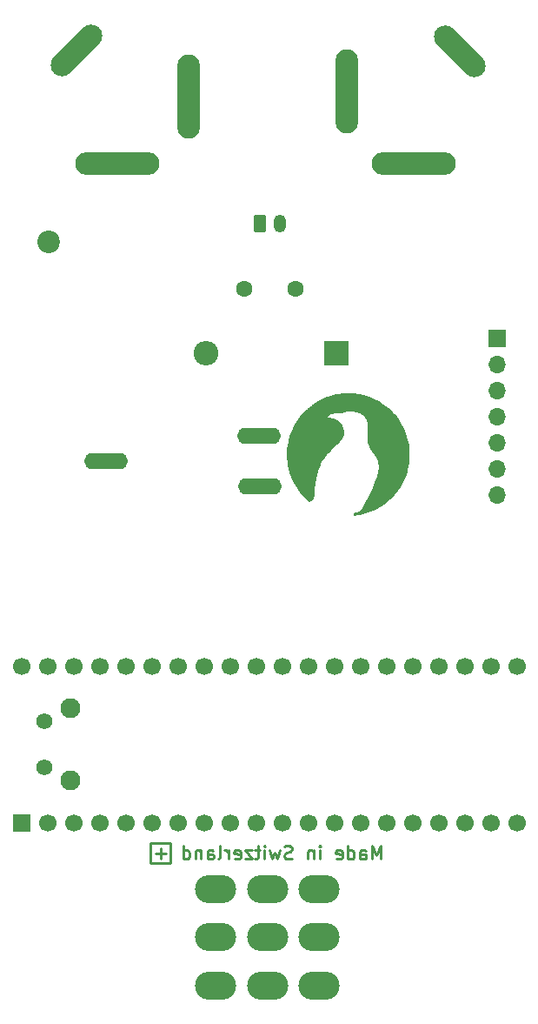
<source format=gbs>
G04 #@! TF.GenerationSoftware,KiCad,Pcbnew,(6.0.11)*
G04 #@! TF.CreationDate,2023-07-08T12:30:26+02:00*
G04 #@! TF.ProjectId,Dohle TankVerb,446f686c-6520-4546-916e-6b566572622e,rev?*
G04 #@! TF.SameCoordinates,Original*
G04 #@! TF.FileFunction,Soldermask,Bot*
G04 #@! TF.FilePolarity,Negative*
%FSLAX46Y46*%
G04 Gerber Fmt 4.6, Leading zero omitted, Abs format (unit mm)*
G04 Created by KiCad (PCBNEW (6.0.11)) date 2023-07-08 12:30:26*
%MOMM*%
%LPD*%
G01*
G04 APERTURE LIST*
G04 Aperture macros list*
%AMRoundRect*
0 Rectangle with rounded corners*
0 $1 Rounding radius*
0 $2 $3 $4 $5 $6 $7 $8 $9 X,Y pos of 4 corners*
0 Add a 4 corners polygon primitive as box body*
4,1,4,$2,$3,$4,$5,$6,$7,$8,$9,$2,$3,0*
0 Add four circle primitives for the rounded corners*
1,1,$1+$1,$2,$3*
1,1,$1+$1,$4,$5*
1,1,$1+$1,$6,$7*
1,1,$1+$1,$8,$9*
0 Add four rect primitives between the rounded corners*
20,1,$1+$1,$2,$3,$4,$5,0*
20,1,$1+$1,$4,$5,$6,$7,0*
20,1,$1+$1,$6,$7,$8,$9,0*
20,1,$1+$1,$8,$9,$2,$3,0*%
%AMHorizOval*
0 Thick line with rounded ends*
0 $1 width*
0 $2 $3 position (X,Y) of the first rounded end (center of the circle)*
0 $4 $5 position (X,Y) of the second rounded end (center of the circle)*
0 Add line between two ends*
20,1,$1,$2,$3,$4,$5,0*
0 Add two circle primitives to create the rounded ends*
1,1,$1,$2,$3*
1,1,$1,$4,$5*%
G04 Aperture macros list end*
%ADD10C,0.250000*%
%ADD11C,0.200000*%
%ADD12C,2.200000*%
%ADD13O,4.250000X1.600000*%
%ADD14R,1.700000X1.700000*%
%ADD15O,1.700000X1.700000*%
%ADD16RoundRect,0.250000X-0.350000X-0.625000X0.350000X-0.625000X0.350000X0.625000X-0.350000X0.625000X0*%
%ADD17O,1.200000X1.750000*%
%ADD18C,1.600000*%
%ADD19R,2.400000X2.400000*%
%ADD20O,2.400000X2.400000*%
%ADD21O,4.003200X2.743200*%
%ADD22O,8.203200X2.203200*%
%ADD23HorizOval,2.203200X-1.414214X1.414214X1.414214X-1.414214X0*%
%ADD24O,2.203200X8.203200*%
%ADD25HorizOval,2.203200X-1.414214X-1.414214X1.414214X1.414214X0*%
%ADD26C,1.700000*%
%ADD27C,1.950000*%
%ADD28C,1.575000*%
G04 APERTURE END LIST*
D10*
X147743153Y-137226641D02*
X145787353Y-137226641D01*
X145787353Y-137226641D02*
X145787353Y-135245441D01*
X145787353Y-135245441D02*
X147743153Y-135245441D01*
X147743153Y-135245441D02*
X147743153Y-137226641D01*
X147272626Y-136221116D02*
X146256626Y-136221116D01*
X146757048Y-136729482D02*
X146757048Y-135713482D01*
X168218555Y-136799384D02*
X168218555Y-135499384D01*
X167785222Y-136427955D01*
X167351888Y-135499384D01*
X167351888Y-136799384D01*
X166175698Y-136799384D02*
X166175698Y-136118431D01*
X166237603Y-135994622D01*
X166361412Y-135932717D01*
X166609031Y-135932717D01*
X166732841Y-135994622D01*
X166175698Y-136737479D02*
X166299507Y-136799384D01*
X166609031Y-136799384D01*
X166732841Y-136737479D01*
X166794745Y-136613669D01*
X166794745Y-136489860D01*
X166732841Y-136366050D01*
X166609031Y-136304146D01*
X166299507Y-136304146D01*
X166175698Y-136242241D01*
X164999507Y-136799384D02*
X164999507Y-135499384D01*
X164999507Y-136737479D02*
X165123317Y-136799384D01*
X165370936Y-136799384D01*
X165494745Y-136737479D01*
X165556650Y-136675574D01*
X165618555Y-136551765D01*
X165618555Y-136180336D01*
X165556650Y-136056527D01*
X165494745Y-135994622D01*
X165370936Y-135932717D01*
X165123317Y-135932717D01*
X164999507Y-135994622D01*
X163885222Y-136737479D02*
X164009031Y-136799384D01*
X164256650Y-136799384D01*
X164380460Y-136737479D01*
X164442365Y-136613669D01*
X164442365Y-136118431D01*
X164380460Y-135994622D01*
X164256650Y-135932717D01*
X164009031Y-135932717D01*
X163885222Y-135994622D01*
X163823317Y-136118431D01*
X163823317Y-136242241D01*
X164442365Y-136366050D01*
X162275698Y-136799384D02*
X162275698Y-135932717D01*
X162275698Y-135499384D02*
X162337603Y-135561289D01*
X162275698Y-135623193D01*
X162213793Y-135561289D01*
X162275698Y-135499384D01*
X162275698Y-135623193D01*
X161656650Y-135932717D02*
X161656650Y-136799384D01*
X161656650Y-136056527D02*
X161594745Y-135994622D01*
X161470936Y-135932717D01*
X161285222Y-135932717D01*
X161161412Y-135994622D01*
X161099507Y-136118431D01*
X161099507Y-136799384D01*
X159551888Y-136737479D02*
X159366174Y-136799384D01*
X159056650Y-136799384D01*
X158932841Y-136737479D01*
X158870936Y-136675574D01*
X158809031Y-136551765D01*
X158809031Y-136427955D01*
X158870936Y-136304146D01*
X158932841Y-136242241D01*
X159056650Y-136180336D01*
X159304269Y-136118431D01*
X159428079Y-136056527D01*
X159489984Y-135994622D01*
X159551888Y-135870812D01*
X159551888Y-135747003D01*
X159489984Y-135623193D01*
X159428079Y-135561289D01*
X159304269Y-135499384D01*
X158994745Y-135499384D01*
X158809031Y-135561289D01*
X158375698Y-135932717D02*
X158128079Y-136799384D01*
X157880460Y-136180336D01*
X157632841Y-136799384D01*
X157385222Y-135932717D01*
X156889984Y-136799384D02*
X156889984Y-135932717D01*
X156889984Y-135499384D02*
X156951888Y-135561289D01*
X156889984Y-135623193D01*
X156828079Y-135561289D01*
X156889984Y-135499384D01*
X156889984Y-135623193D01*
X156456650Y-135932717D02*
X155961412Y-135932717D01*
X156270936Y-135499384D02*
X156270936Y-136613669D01*
X156209031Y-136737479D01*
X156085222Y-136799384D01*
X155961412Y-136799384D01*
X155651888Y-135932717D02*
X154970936Y-135932717D01*
X155651888Y-136799384D01*
X154970936Y-136799384D01*
X153980460Y-136737479D02*
X154104269Y-136799384D01*
X154351888Y-136799384D01*
X154475698Y-136737479D01*
X154537603Y-136613669D01*
X154537603Y-136118431D01*
X154475698Y-135994622D01*
X154351888Y-135932717D01*
X154104269Y-135932717D01*
X153980460Y-135994622D01*
X153918555Y-136118431D01*
X153918555Y-136242241D01*
X154537603Y-136366050D01*
X153361412Y-136799384D02*
X153361412Y-135932717D01*
X153361412Y-136180336D02*
X153299507Y-136056527D01*
X153237603Y-135994622D01*
X153113793Y-135932717D01*
X152989984Y-135932717D01*
X152370936Y-136799384D02*
X152494745Y-136737479D01*
X152556650Y-136613669D01*
X152556650Y-135499384D01*
X151318555Y-136799384D02*
X151318555Y-136118431D01*
X151380460Y-135994622D01*
X151504269Y-135932717D01*
X151751888Y-135932717D01*
X151875698Y-135994622D01*
X151318555Y-136737479D02*
X151442365Y-136799384D01*
X151751888Y-136799384D01*
X151875698Y-136737479D01*
X151937603Y-136613669D01*
X151937603Y-136489860D01*
X151875698Y-136366050D01*
X151751888Y-136304146D01*
X151442365Y-136304146D01*
X151318555Y-136242241D01*
X150699507Y-135932717D02*
X150699507Y-136799384D01*
X150699507Y-136056527D02*
X150637603Y-135994622D01*
X150513793Y-135932717D01*
X150328079Y-135932717D01*
X150204269Y-135994622D01*
X150142365Y-136118431D01*
X150142365Y-136799384D01*
X148966174Y-136799384D02*
X148966174Y-135499384D01*
X148966174Y-136737479D02*
X149089984Y-136799384D01*
X149337603Y-136799384D01*
X149461412Y-136737479D01*
X149523317Y-136675574D01*
X149585222Y-136551765D01*
X149585222Y-136180336D01*
X149523317Y-136056527D01*
X149461412Y-135994622D01*
X149337603Y-135932717D01*
X149089984Y-135932717D01*
X148966174Y-135994622D01*
D11*
G36*
X165053907Y-91557541D02*
G01*
X165343001Y-91564933D01*
X165631241Y-91586946D01*
X165917994Y-91623317D01*
X166202625Y-91673785D01*
X166484499Y-91738088D01*
X166762981Y-91815963D01*
X167037437Y-91907148D01*
X167307231Y-92011382D01*
X167571729Y-92128402D01*
X167830297Y-92257946D01*
X168082299Y-92399752D01*
X168327100Y-92553558D01*
X168564067Y-92719101D01*
X168792564Y-92896121D01*
X169011956Y-93084354D01*
X169221609Y-93283539D01*
X169420794Y-93493192D01*
X169609027Y-93712584D01*
X169786046Y-93941081D01*
X169951590Y-94178047D01*
X170105396Y-94422849D01*
X170247202Y-94674851D01*
X170376746Y-94933418D01*
X170493766Y-95197917D01*
X170598000Y-95467711D01*
X170689185Y-95742167D01*
X170767060Y-96020649D01*
X170831363Y-96302523D01*
X170881831Y-96587153D01*
X170918202Y-96873906D01*
X170940215Y-97162147D01*
X170947607Y-97451240D01*
X170940910Y-97725889D01*
X170921051Y-97999815D01*
X170888245Y-98272470D01*
X170842706Y-98543304D01*
X170784649Y-98811769D01*
X170714290Y-99077316D01*
X170631842Y-99339395D01*
X170537521Y-99597459D01*
X170431542Y-99850957D01*
X170314119Y-100099341D01*
X170185467Y-100342063D01*
X170045801Y-100578573D01*
X169895336Y-100808322D01*
X169734286Y-101030761D01*
X169562867Y-101245342D01*
X169381292Y-101451515D01*
X169196650Y-101641901D01*
X169003398Y-101823210D01*
X168802017Y-101995249D01*
X168592992Y-102157823D01*
X168376805Y-102310736D01*
X168153940Y-102453794D01*
X167924879Y-102586801D01*
X167690104Y-102709564D01*
X167450101Y-102821887D01*
X167205350Y-102923575D01*
X166956335Y-103014433D01*
X166703539Y-103094267D01*
X166447445Y-103162882D01*
X166188536Y-103220082D01*
X165927296Y-103265674D01*
X165664206Y-103299461D01*
X165662770Y-103257064D01*
X165661901Y-103215725D01*
X165661656Y-103175170D01*
X165662092Y-103135124D01*
X165679065Y-103141468D01*
X165696239Y-103147382D01*
X165713635Y-103152736D01*
X165722423Y-103155164D01*
X165731276Y-103157404D01*
X165740194Y-103159440D01*
X165749182Y-103161257D01*
X165758242Y-103162838D01*
X165767376Y-103164167D01*
X165776588Y-103165229D01*
X165785881Y-103166007D01*
X165795256Y-103166486D01*
X165804716Y-103166649D01*
X165821302Y-103166287D01*
X165837719Y-103165214D01*
X165853953Y-103163449D01*
X165869990Y-103161013D01*
X165885819Y-103157926D01*
X165901426Y-103154205D01*
X165916799Y-103149873D01*
X165931923Y-103144947D01*
X165946786Y-103139448D01*
X165961376Y-103133395D01*
X165975679Y-103126809D01*
X165989681Y-103119708D01*
X166003371Y-103112112D01*
X166016735Y-103104042D01*
X166029760Y-103095516D01*
X166042433Y-103086555D01*
X166063627Y-103074324D01*
X166084563Y-103061739D01*
X166125557Y-103035701D01*
X166165195Y-103008830D01*
X166203260Y-102981516D01*
X166239533Y-102954149D01*
X166273797Y-102927118D01*
X166305833Y-102900812D01*
X166335423Y-102875622D01*
X166362348Y-102851936D01*
X166386392Y-102830144D01*
X166424959Y-102793800D01*
X166457907Y-102760978D01*
X166460618Y-102757998D01*
X166463242Y-102754942D01*
X166465775Y-102751812D01*
X166468217Y-102748611D01*
X166470565Y-102745342D01*
X166472819Y-102742006D01*
X166474975Y-102738606D01*
X166477034Y-102735145D01*
X166634577Y-102454627D01*
X166806582Y-102134881D01*
X167018589Y-101722944D01*
X167253981Y-101239418D01*
X167496142Y-100704904D01*
X167728457Y-100140003D01*
X167835729Y-99852595D01*
X167934309Y-99565315D01*
X167968335Y-99460494D01*
X167998013Y-99358202D01*
X168023510Y-99258430D01*
X168044992Y-99161168D01*
X168062626Y-99066408D01*
X168076579Y-98974140D01*
X168087016Y-98884354D01*
X168094106Y-98797041D01*
X168098014Y-98712192D01*
X168098907Y-98629798D01*
X168096951Y-98549849D01*
X168092314Y-98472335D01*
X168085162Y-98397248D01*
X168075661Y-98324578D01*
X168063978Y-98254316D01*
X168050280Y-98186453D01*
X168034733Y-98120978D01*
X168017504Y-98057883D01*
X167978667Y-97938795D01*
X167935101Y-97829115D01*
X167888139Y-97728766D01*
X167839114Y-97637674D01*
X167789359Y-97555766D01*
X167740207Y-97482965D01*
X167692991Y-97419197D01*
X167691601Y-97417435D01*
X167690183Y-97415695D01*
X167688738Y-97413979D01*
X167687265Y-97412286D01*
X167685766Y-97410616D01*
X167684239Y-97408969D01*
X167682685Y-97407346D01*
X167681105Y-97405746D01*
X167605861Y-97327224D01*
X167534436Y-97245193D01*
X167466974Y-97159789D01*
X167403617Y-97071151D01*
X167344507Y-96979416D01*
X167289789Y-96884722D01*
X167239604Y-96787207D01*
X167194095Y-96687008D01*
X167153405Y-96584263D01*
X167117677Y-96479110D01*
X167087054Y-96371686D01*
X167061679Y-96262130D01*
X167041693Y-96150578D01*
X167027242Y-96037169D01*
X167018466Y-95922039D01*
X167015509Y-95805328D01*
X167015780Y-95768988D01*
X167016595Y-95732838D01*
X167017958Y-95696882D01*
X167019871Y-95661121D01*
X167022336Y-95625558D01*
X167025358Y-95590194D01*
X167028938Y-95555031D01*
X167033079Y-95520073D01*
X167033296Y-95518272D01*
X167033487Y-95516468D01*
X167033655Y-95514662D01*
X167033798Y-95512854D01*
X167033918Y-95511045D01*
X167034015Y-95509233D01*
X167034088Y-95507421D01*
X167034140Y-95505607D01*
X167052740Y-94622970D01*
X167052749Y-94622199D01*
X167052752Y-94621428D01*
X167052749Y-94620656D01*
X167052740Y-94619880D01*
X167051352Y-94557343D01*
X167047228Y-94495504D01*
X167040426Y-94434422D01*
X167031005Y-94374157D01*
X167019024Y-94314768D01*
X167004540Y-94256313D01*
X166987613Y-94198851D01*
X166968301Y-94142443D01*
X166946663Y-94087147D01*
X166922757Y-94033022D01*
X166896643Y-93980127D01*
X166868377Y-93928522D01*
X166838020Y-93878264D01*
X166805630Y-93829415D01*
X166771265Y-93782032D01*
X166734983Y-93736175D01*
X166696845Y-93691903D01*
X166656907Y-93649275D01*
X166615229Y-93608350D01*
X166571869Y-93569188D01*
X166526886Y-93531847D01*
X166480339Y-93496386D01*
X166432285Y-93462865D01*
X166382784Y-93431342D01*
X166331895Y-93401877D01*
X166279675Y-93374530D01*
X166226183Y-93349358D01*
X166171479Y-93326422D01*
X166115620Y-93305779D01*
X166058665Y-93287490D01*
X166000673Y-93271614D01*
X165941702Y-93258209D01*
X165883217Y-93240700D01*
X165826132Y-93224999D01*
X165770572Y-93210978D01*
X165716661Y-93198509D01*
X165664527Y-93187463D01*
X165614292Y-93177713D01*
X165566083Y-93169129D01*
X165520025Y-93161583D01*
X165518992Y-93161833D01*
X165517962Y-93162091D01*
X165516931Y-93162356D01*
X165515898Y-93162628D01*
X165513722Y-93161801D01*
X165511532Y-93161011D01*
X165509327Y-93160258D01*
X165507109Y-93159538D01*
X165469779Y-93153043D01*
X165448228Y-93149405D01*
X165437133Y-93147681D01*
X165425978Y-93146095D01*
X165427038Y-93146621D01*
X165404272Y-93143659D01*
X165381642Y-93141318D01*
X165359148Y-93139543D01*
X165336792Y-93138283D01*
X165314574Y-93137483D01*
X165292494Y-93137090D01*
X165270554Y-93137051D01*
X165248755Y-93137314D01*
X165247694Y-93137314D01*
X165247427Y-93137049D01*
X165247293Y-93136916D01*
X165247226Y-93136848D01*
X165247160Y-93136780D01*
X165207852Y-93138294D01*
X165168558Y-93140815D01*
X165129358Y-93144274D01*
X165090335Y-93148600D01*
X165013140Y-93159580D01*
X164937620Y-93173203D01*
X164864421Y-93188915D01*
X164794191Y-93206163D01*
X164727578Y-93224394D01*
X164665229Y-93243055D01*
X164607791Y-93261592D01*
X164555911Y-93279453D01*
X164471415Y-93310930D01*
X164397604Y-93341423D01*
X164404318Y-93338325D01*
X164386834Y-93344404D01*
X164368484Y-93349847D01*
X164349364Y-93354683D01*
X164329565Y-93358942D01*
X164288303Y-93365844D01*
X164245445Y-93370785D01*
X164201736Y-93373996D01*
X164157919Y-93375710D01*
X164114740Y-93376160D01*
X164072944Y-93375576D01*
X164033275Y-93374191D01*
X163996479Y-93372238D01*
X163934484Y-93367555D01*
X163877737Y-93361580D01*
X163874786Y-93361093D01*
X163871827Y-93360670D01*
X163868861Y-93360310D01*
X163865889Y-93360014D01*
X163862910Y-93359781D01*
X163859927Y-93359612D01*
X163856940Y-93359507D01*
X163853949Y-93359466D01*
X163788394Y-93360169D01*
X163726210Y-93362386D01*
X163667301Y-93366046D01*
X163611572Y-93371078D01*
X163558925Y-93377410D01*
X163509265Y-93384970D01*
X163462496Y-93393688D01*
X163418522Y-93403492D01*
X163377246Y-93414310D01*
X163338572Y-93426070D01*
X163302405Y-93438702D01*
X163268648Y-93452133D01*
X163237204Y-93466293D01*
X163207979Y-93481110D01*
X163180876Y-93496512D01*
X163155798Y-93512428D01*
X163144008Y-93520559D01*
X163132728Y-93528789D01*
X163121951Y-93537102D01*
X163111669Y-93545479D01*
X163101874Y-93553904D01*
X163092557Y-93562358D01*
X163083712Y-93570825D01*
X163075331Y-93579287D01*
X163067405Y-93587727D01*
X163059927Y-93596128D01*
X163052888Y-93604471D01*
X163046282Y-93612739D01*
X163040101Y-93620916D01*
X163034335Y-93628984D01*
X163028979Y-93636925D01*
X163024023Y-93644722D01*
X163019427Y-93652510D01*
X163015157Y-93660383D01*
X163011209Y-93668260D01*
X163007579Y-93676059D01*
X163004263Y-93683699D01*
X163001256Y-93691100D01*
X162998556Y-93698181D01*
X162996157Y-93704860D01*
X162994055Y-93711057D01*
X162992247Y-93716691D01*
X162989496Y-93725943D01*
X162987333Y-93734123D01*
X162986246Y-93741178D01*
X162985521Y-93748204D01*
X162985152Y-93755193D01*
X162985132Y-93762133D01*
X162985454Y-93769016D01*
X162986111Y-93775831D01*
X162987096Y-93782567D01*
X162988403Y-93789216D01*
X162990025Y-93795766D01*
X162991954Y-93802209D01*
X162994185Y-93808533D01*
X162996710Y-93814730D01*
X162999522Y-93820789D01*
X163002614Y-93826699D01*
X163005980Y-93832452D01*
X163009613Y-93838036D01*
X163013506Y-93843443D01*
X163017652Y-93848662D01*
X163022044Y-93853682D01*
X163026676Y-93858495D01*
X163031540Y-93863090D01*
X163036630Y-93867456D01*
X163041939Y-93871585D01*
X163047460Y-93875466D01*
X163053186Y-93879089D01*
X163059111Y-93882443D01*
X163065227Y-93885520D01*
X163071527Y-93888309D01*
X163078006Y-93890800D01*
X163084655Y-93892983D01*
X163091469Y-93894848D01*
X163098440Y-93896385D01*
X163214330Y-93921948D01*
X163340872Y-93953339D01*
X163415950Y-93973522D01*
X163496862Y-93996635D01*
X163580054Y-94022217D01*
X163665376Y-94050661D01*
X163751239Y-94081679D01*
X163836052Y-94114986D01*
X163918225Y-94150294D01*
X163957824Y-94168609D01*
X163996167Y-94187317D01*
X164033055Y-94206381D01*
X164068290Y-94225767D01*
X164101671Y-94245438D01*
X164133001Y-94265358D01*
X164149882Y-94286249D01*
X164180099Y-94325142D01*
X164199583Y-94351188D01*
X164221649Y-94381555D01*
X164246048Y-94416182D01*
X164272528Y-94455009D01*
X164303084Y-94501947D01*
X164333222Y-94551060D01*
X164362146Y-94601199D01*
X164389058Y-94651215D01*
X164401510Y-94675819D01*
X164413160Y-94699960D01*
X164423908Y-94723497D01*
X164433654Y-94746285D01*
X164442300Y-94768181D01*
X164449744Y-94789041D01*
X164455887Y-94808722D01*
X164460630Y-94827080D01*
X164476014Y-94890629D01*
X164492040Y-94951679D01*
X164522699Y-95067486D01*
X164535672Y-95122844D01*
X164541205Y-95150018D01*
X164545965Y-95176906D01*
X164549848Y-95203546D01*
X164552751Y-95229974D01*
X164554568Y-95256229D01*
X164555197Y-95282348D01*
X164553248Y-95348940D01*
X164547473Y-95414469D01*
X164537981Y-95478830D01*
X164524880Y-95541914D01*
X164508280Y-95603614D01*
X164488289Y-95663823D01*
X164465015Y-95722435D01*
X164438567Y-95779341D01*
X164409054Y-95834434D01*
X164376585Y-95887607D01*
X164341268Y-95938753D01*
X164303212Y-95987765D01*
X164262525Y-96034535D01*
X164219317Y-96078957D01*
X164173695Y-96120922D01*
X164125769Y-96160324D01*
X164123718Y-96161937D01*
X164121698Y-96163588D01*
X164119710Y-96165277D01*
X164117754Y-96167003D01*
X164115831Y-96168767D01*
X164113941Y-96170568D01*
X164112086Y-96172405D01*
X164110266Y-96174278D01*
X163576445Y-96733932D01*
X163191512Y-97136859D01*
X162990950Y-97345779D01*
X162874640Y-97470106D01*
X162765503Y-97601332D01*
X162663295Y-97738745D01*
X162567771Y-97881632D01*
X162478688Y-98029279D01*
X162395801Y-98180974D01*
X162318867Y-98336005D01*
X162247642Y-98493657D01*
X162181881Y-98653218D01*
X162121341Y-98813976D01*
X162065777Y-98975217D01*
X162014946Y-99136228D01*
X161968604Y-99296296D01*
X161926507Y-99454709D01*
X161854071Y-99763717D01*
X161823298Y-99912984D01*
X161795935Y-100057926D01*
X161771785Y-100197810D01*
X161750651Y-100331906D01*
X161732338Y-100459481D01*
X161716648Y-100579803D01*
X161692351Y-100795759D01*
X161676191Y-100973919D01*
X161666594Y-101108427D01*
X161660803Y-101223060D01*
X161660796Y-101224745D01*
X161660811Y-101226428D01*
X161660847Y-101228110D01*
X161660904Y-101229790D01*
X161660982Y-101231470D01*
X161661080Y-101233149D01*
X161661198Y-101234826D01*
X161661337Y-101236503D01*
X161663329Y-101277804D01*
X161663646Y-101317548D01*
X161662393Y-101355752D01*
X161659676Y-101392432D01*
X161655600Y-101427603D01*
X161650272Y-101461283D01*
X161643797Y-101493486D01*
X161636281Y-101524230D01*
X161627829Y-101553530D01*
X161618548Y-101581402D01*
X161608542Y-101607862D01*
X161597919Y-101632927D01*
X161586783Y-101656613D01*
X161575240Y-101678935D01*
X161563396Y-101699909D01*
X161551357Y-101719553D01*
X161539229Y-101737881D01*
X161527116Y-101754910D01*
X161515126Y-101770657D01*
X161503363Y-101785136D01*
X161480944Y-101810359D01*
X161460703Y-101830707D01*
X161443489Y-101846309D01*
X161430145Y-101857295D01*
X161418455Y-101865928D01*
X161416273Y-101867528D01*
X161414123Y-101869170D01*
X161412005Y-101870852D01*
X161409919Y-101872576D01*
X161407866Y-101874340D01*
X161405848Y-101876144D01*
X161403864Y-101877990D01*
X161401915Y-101879875D01*
X161296499Y-101983742D01*
X161176267Y-101881319D01*
X161058760Y-101775779D01*
X160944060Y-101667199D01*
X160832250Y-101555654D01*
X160723413Y-101441219D01*
X160617634Y-101323970D01*
X160514993Y-101203982D01*
X160415575Y-101081331D01*
X160319463Y-100956092D01*
X160226739Y-100828342D01*
X160137487Y-100698154D01*
X160051789Y-100565606D01*
X159969729Y-100430772D01*
X159891390Y-100293729D01*
X159816855Y-100154550D01*
X159746206Y-100013313D01*
X159676316Y-99863127D01*
X159610730Y-99711022D01*
X159549474Y-99557126D01*
X159492578Y-99401565D01*
X159440070Y-99244467D01*
X159391979Y-99085958D01*
X159348332Y-98926166D01*
X159309158Y-98765217D01*
X159274486Y-98603237D01*
X159244343Y-98440355D01*
X159218758Y-98276696D01*
X159197759Y-98112389D01*
X159181375Y-97947558D01*
X159169633Y-97782333D01*
X159162563Y-97616838D01*
X159160192Y-97451202D01*
X159167585Y-97162108D01*
X159189597Y-96873866D01*
X159225969Y-96587112D01*
X159276437Y-96302481D01*
X159340740Y-96020607D01*
X159418615Y-95742125D01*
X159509800Y-95467669D01*
X159614034Y-95197875D01*
X159731054Y-94933377D01*
X159860598Y-94674809D01*
X160002403Y-94422807D01*
X160156209Y-94178005D01*
X160321753Y-93941038D01*
X160498773Y-93712540D01*
X160687006Y-93493147D01*
X160886190Y-93283493D01*
X161095843Y-93084309D01*
X161315236Y-92896077D01*
X161543733Y-92719059D01*
X161780699Y-92553516D01*
X162025501Y-92399711D01*
X162277503Y-92257906D01*
X162536070Y-92128362D01*
X162800569Y-92011343D01*
X163070363Y-91907109D01*
X163344818Y-91815924D01*
X163623301Y-91738049D01*
X163905174Y-91673747D01*
X164189805Y-91623279D01*
X164476558Y-91586907D01*
X164764799Y-91564895D01*
X165053892Y-91557503D01*
X165053907Y-91557541D01*
G37*
X165053907Y-91557541D02*
X165343001Y-91564933D01*
X165631241Y-91586946D01*
X165917994Y-91623317D01*
X166202625Y-91673785D01*
X166484499Y-91738088D01*
X166762981Y-91815963D01*
X167037437Y-91907148D01*
X167307231Y-92011382D01*
X167571729Y-92128402D01*
X167830297Y-92257946D01*
X168082299Y-92399752D01*
X168327100Y-92553558D01*
X168564067Y-92719101D01*
X168792564Y-92896121D01*
X169011956Y-93084354D01*
X169221609Y-93283539D01*
X169420794Y-93493192D01*
X169609027Y-93712584D01*
X169786046Y-93941081D01*
X169951590Y-94178047D01*
X170105396Y-94422849D01*
X170247202Y-94674851D01*
X170376746Y-94933418D01*
X170493766Y-95197917D01*
X170598000Y-95467711D01*
X170689185Y-95742167D01*
X170767060Y-96020649D01*
X170831363Y-96302523D01*
X170881831Y-96587153D01*
X170918202Y-96873906D01*
X170940215Y-97162147D01*
X170947607Y-97451240D01*
X170940910Y-97725889D01*
X170921051Y-97999815D01*
X170888245Y-98272470D01*
X170842706Y-98543304D01*
X170784649Y-98811769D01*
X170714290Y-99077316D01*
X170631842Y-99339395D01*
X170537521Y-99597459D01*
X170431542Y-99850957D01*
X170314119Y-100099341D01*
X170185467Y-100342063D01*
X170045801Y-100578573D01*
X169895336Y-100808322D01*
X169734286Y-101030761D01*
X169562867Y-101245342D01*
X169381292Y-101451515D01*
X169196650Y-101641901D01*
X169003398Y-101823210D01*
X168802017Y-101995249D01*
X168592992Y-102157823D01*
X168376805Y-102310736D01*
X168153940Y-102453794D01*
X167924879Y-102586801D01*
X167690104Y-102709564D01*
X167450101Y-102821887D01*
X167205350Y-102923575D01*
X166956335Y-103014433D01*
X166703539Y-103094267D01*
X166447445Y-103162882D01*
X166188536Y-103220082D01*
X165927296Y-103265674D01*
X165664206Y-103299461D01*
X165662770Y-103257064D01*
X165661901Y-103215725D01*
X165661656Y-103175170D01*
X165662092Y-103135124D01*
X165679065Y-103141468D01*
X165696239Y-103147382D01*
X165713635Y-103152736D01*
X165722423Y-103155164D01*
X165731276Y-103157404D01*
X165740194Y-103159440D01*
X165749182Y-103161257D01*
X165758242Y-103162838D01*
X165767376Y-103164167D01*
X165776588Y-103165229D01*
X165785881Y-103166007D01*
X165795256Y-103166486D01*
X165804716Y-103166649D01*
X165821302Y-103166287D01*
X165837719Y-103165214D01*
X165853953Y-103163449D01*
X165869990Y-103161013D01*
X165885819Y-103157926D01*
X165901426Y-103154205D01*
X165916799Y-103149873D01*
X165931923Y-103144947D01*
X165946786Y-103139448D01*
X165961376Y-103133395D01*
X165975679Y-103126809D01*
X165989681Y-103119708D01*
X166003371Y-103112112D01*
X166016735Y-103104042D01*
X166029760Y-103095516D01*
X166042433Y-103086555D01*
X166063627Y-103074324D01*
X166084563Y-103061739D01*
X166125557Y-103035701D01*
X166165195Y-103008830D01*
X166203260Y-102981516D01*
X166239533Y-102954149D01*
X166273797Y-102927118D01*
X166305833Y-102900812D01*
X166335423Y-102875622D01*
X166362348Y-102851936D01*
X166386392Y-102830144D01*
X166424959Y-102793800D01*
X166457907Y-102760978D01*
X166460618Y-102757998D01*
X166463242Y-102754942D01*
X166465775Y-102751812D01*
X166468217Y-102748611D01*
X166470565Y-102745342D01*
X166472819Y-102742006D01*
X166474975Y-102738606D01*
X166477034Y-102735145D01*
X166634577Y-102454627D01*
X166806582Y-102134881D01*
X167018589Y-101722944D01*
X167253981Y-101239418D01*
X167496142Y-100704904D01*
X167728457Y-100140003D01*
X167835729Y-99852595D01*
X167934309Y-99565315D01*
X167968335Y-99460494D01*
X167998013Y-99358202D01*
X168023510Y-99258430D01*
X168044992Y-99161168D01*
X168062626Y-99066408D01*
X168076579Y-98974140D01*
X168087016Y-98884354D01*
X168094106Y-98797041D01*
X168098014Y-98712192D01*
X168098907Y-98629798D01*
X168096951Y-98549849D01*
X168092314Y-98472335D01*
X168085162Y-98397248D01*
X168075661Y-98324578D01*
X168063978Y-98254316D01*
X168050280Y-98186453D01*
X168034733Y-98120978D01*
X168017504Y-98057883D01*
X167978667Y-97938795D01*
X167935101Y-97829115D01*
X167888139Y-97728766D01*
X167839114Y-97637674D01*
X167789359Y-97555766D01*
X167740207Y-97482965D01*
X167692991Y-97419197D01*
X167691601Y-97417435D01*
X167690183Y-97415695D01*
X167688738Y-97413979D01*
X167687265Y-97412286D01*
X167685766Y-97410616D01*
X167684239Y-97408969D01*
X167682685Y-97407346D01*
X167681105Y-97405746D01*
X167605861Y-97327224D01*
X167534436Y-97245193D01*
X167466974Y-97159789D01*
X167403617Y-97071151D01*
X167344507Y-96979416D01*
X167289789Y-96884722D01*
X167239604Y-96787207D01*
X167194095Y-96687008D01*
X167153405Y-96584263D01*
X167117677Y-96479110D01*
X167087054Y-96371686D01*
X167061679Y-96262130D01*
X167041693Y-96150578D01*
X167027242Y-96037169D01*
X167018466Y-95922039D01*
X167015509Y-95805328D01*
X167015780Y-95768988D01*
X167016595Y-95732838D01*
X167017958Y-95696882D01*
X167019871Y-95661121D01*
X167022336Y-95625558D01*
X167025358Y-95590194D01*
X167028938Y-95555031D01*
X167033079Y-95520073D01*
X167033296Y-95518272D01*
X167033487Y-95516468D01*
X167033655Y-95514662D01*
X167033798Y-95512854D01*
X167033918Y-95511045D01*
X167034015Y-95509233D01*
X167034088Y-95507421D01*
X167034140Y-95505607D01*
X167052740Y-94622970D01*
X167052749Y-94622199D01*
X167052752Y-94621428D01*
X167052749Y-94620656D01*
X167052740Y-94619880D01*
X167051352Y-94557343D01*
X167047228Y-94495504D01*
X167040426Y-94434422D01*
X167031005Y-94374157D01*
X167019024Y-94314768D01*
X167004540Y-94256313D01*
X166987613Y-94198851D01*
X166968301Y-94142443D01*
X166946663Y-94087147D01*
X166922757Y-94033022D01*
X166896643Y-93980127D01*
X166868377Y-93928522D01*
X166838020Y-93878264D01*
X166805630Y-93829415D01*
X166771265Y-93782032D01*
X166734983Y-93736175D01*
X166696845Y-93691903D01*
X166656907Y-93649275D01*
X166615229Y-93608350D01*
X166571869Y-93569188D01*
X166526886Y-93531847D01*
X166480339Y-93496386D01*
X166432285Y-93462865D01*
X166382784Y-93431342D01*
X166331895Y-93401877D01*
X166279675Y-93374530D01*
X166226183Y-93349358D01*
X166171479Y-93326422D01*
X166115620Y-93305779D01*
X166058665Y-93287490D01*
X166000673Y-93271614D01*
X165941702Y-93258209D01*
X165883217Y-93240700D01*
X165826132Y-93224999D01*
X165770572Y-93210978D01*
X165716661Y-93198509D01*
X165664527Y-93187463D01*
X165614292Y-93177713D01*
X165566083Y-93169129D01*
X165520025Y-93161583D01*
X165518992Y-93161833D01*
X165517962Y-93162091D01*
X165516931Y-93162356D01*
X165515898Y-93162628D01*
X165513722Y-93161801D01*
X165511532Y-93161011D01*
X165509327Y-93160258D01*
X165507109Y-93159538D01*
X165469779Y-93153043D01*
X165448228Y-93149405D01*
X165437133Y-93147681D01*
X165425978Y-93146095D01*
X165427038Y-93146621D01*
X165404272Y-93143659D01*
X165381642Y-93141318D01*
X165359148Y-93139543D01*
X165336792Y-93138283D01*
X165314574Y-93137483D01*
X165292494Y-93137090D01*
X165270554Y-93137051D01*
X165248755Y-93137314D01*
X165247694Y-93137314D01*
X165247427Y-93137049D01*
X165247293Y-93136916D01*
X165247226Y-93136848D01*
X165247160Y-93136780D01*
X165207852Y-93138294D01*
X165168558Y-93140815D01*
X165129358Y-93144274D01*
X165090335Y-93148600D01*
X165013140Y-93159580D01*
X164937620Y-93173203D01*
X164864421Y-93188915D01*
X164794191Y-93206163D01*
X164727578Y-93224394D01*
X164665229Y-93243055D01*
X164607791Y-93261592D01*
X164555911Y-93279453D01*
X164471415Y-93310930D01*
X164397604Y-93341423D01*
X164404318Y-93338325D01*
X164386834Y-93344404D01*
X164368484Y-93349847D01*
X164349364Y-93354683D01*
X164329565Y-93358942D01*
X164288303Y-93365844D01*
X164245445Y-93370785D01*
X164201736Y-93373996D01*
X164157919Y-93375710D01*
X164114740Y-93376160D01*
X164072944Y-93375576D01*
X164033275Y-93374191D01*
X163996479Y-93372238D01*
X163934484Y-93367555D01*
X163877737Y-93361580D01*
X163874786Y-93361093D01*
X163871827Y-93360670D01*
X163868861Y-93360310D01*
X163865889Y-93360014D01*
X163862910Y-93359781D01*
X163859927Y-93359612D01*
X163856940Y-93359507D01*
X163853949Y-93359466D01*
X163788394Y-93360169D01*
X163726210Y-93362386D01*
X163667301Y-93366046D01*
X163611572Y-93371078D01*
X163558925Y-93377410D01*
X163509265Y-93384970D01*
X163462496Y-93393688D01*
X163418522Y-93403492D01*
X163377246Y-93414310D01*
X163338572Y-93426070D01*
X163302405Y-93438702D01*
X163268648Y-93452133D01*
X163237204Y-93466293D01*
X163207979Y-93481110D01*
X163180876Y-93496512D01*
X163155798Y-93512428D01*
X163144008Y-93520559D01*
X163132728Y-93528789D01*
X163121951Y-93537102D01*
X163111669Y-93545479D01*
X163101874Y-93553904D01*
X163092557Y-93562358D01*
X163083712Y-93570825D01*
X163075331Y-93579287D01*
X163067405Y-93587727D01*
X163059927Y-93596128D01*
X163052888Y-93604471D01*
X163046282Y-93612739D01*
X163040101Y-93620916D01*
X163034335Y-93628984D01*
X163028979Y-93636925D01*
X163024023Y-93644722D01*
X163019427Y-93652510D01*
X163015157Y-93660383D01*
X163011209Y-93668260D01*
X163007579Y-93676059D01*
X163004263Y-93683699D01*
X163001256Y-93691100D01*
X162998556Y-93698181D01*
X162996157Y-93704860D01*
X162994055Y-93711057D01*
X162992247Y-93716691D01*
X162989496Y-93725943D01*
X162987333Y-93734123D01*
X162986246Y-93741178D01*
X162985521Y-93748204D01*
X162985152Y-93755193D01*
X162985132Y-93762133D01*
X162985454Y-93769016D01*
X162986111Y-93775831D01*
X162987096Y-93782567D01*
X162988403Y-93789216D01*
X162990025Y-93795766D01*
X162991954Y-93802209D01*
X162994185Y-93808533D01*
X162996710Y-93814730D01*
X162999522Y-93820789D01*
X163002614Y-93826699D01*
X163005980Y-93832452D01*
X163009613Y-93838036D01*
X163013506Y-93843443D01*
X163017652Y-93848662D01*
X163022044Y-93853682D01*
X163026676Y-93858495D01*
X163031540Y-93863090D01*
X163036630Y-93867456D01*
X163041939Y-93871585D01*
X163047460Y-93875466D01*
X163053186Y-93879089D01*
X163059111Y-93882443D01*
X163065227Y-93885520D01*
X163071527Y-93888309D01*
X163078006Y-93890800D01*
X163084655Y-93892983D01*
X163091469Y-93894848D01*
X163098440Y-93896385D01*
X163214330Y-93921948D01*
X163340872Y-93953339D01*
X163415950Y-93973522D01*
X163496862Y-93996635D01*
X163580054Y-94022217D01*
X163665376Y-94050661D01*
X163751239Y-94081679D01*
X163836052Y-94114986D01*
X163918225Y-94150294D01*
X163957824Y-94168609D01*
X163996167Y-94187317D01*
X164033055Y-94206381D01*
X164068290Y-94225767D01*
X164101671Y-94245438D01*
X164133001Y-94265358D01*
X164149882Y-94286249D01*
X164180099Y-94325142D01*
X164199583Y-94351188D01*
X164221649Y-94381555D01*
X164246048Y-94416182D01*
X164272528Y-94455009D01*
X164303084Y-94501947D01*
X164333222Y-94551060D01*
X164362146Y-94601199D01*
X164389058Y-94651215D01*
X164401510Y-94675819D01*
X164413160Y-94699960D01*
X164423908Y-94723497D01*
X164433654Y-94746285D01*
X164442300Y-94768181D01*
X164449744Y-94789041D01*
X164455887Y-94808722D01*
X164460630Y-94827080D01*
X164476014Y-94890629D01*
X164492040Y-94951679D01*
X164522699Y-95067486D01*
X164535672Y-95122844D01*
X164541205Y-95150018D01*
X164545965Y-95176906D01*
X164549848Y-95203546D01*
X164552751Y-95229974D01*
X164554568Y-95256229D01*
X164555197Y-95282348D01*
X164553248Y-95348940D01*
X164547473Y-95414469D01*
X164537981Y-95478830D01*
X164524880Y-95541914D01*
X164508280Y-95603614D01*
X164488289Y-95663823D01*
X164465015Y-95722435D01*
X164438567Y-95779341D01*
X164409054Y-95834434D01*
X164376585Y-95887607D01*
X164341268Y-95938753D01*
X164303212Y-95987765D01*
X164262525Y-96034535D01*
X164219317Y-96078957D01*
X164173695Y-96120922D01*
X164125769Y-96160324D01*
X164123718Y-96161937D01*
X164121698Y-96163588D01*
X164119710Y-96165277D01*
X164117754Y-96167003D01*
X164115831Y-96168767D01*
X164113941Y-96170568D01*
X164112086Y-96172405D01*
X164110266Y-96174278D01*
X163576445Y-96733932D01*
X163191512Y-97136859D01*
X162990950Y-97345779D01*
X162874640Y-97470106D01*
X162765503Y-97601332D01*
X162663295Y-97738745D01*
X162567771Y-97881632D01*
X162478688Y-98029279D01*
X162395801Y-98180974D01*
X162318867Y-98336005D01*
X162247642Y-98493657D01*
X162181881Y-98653218D01*
X162121341Y-98813976D01*
X162065777Y-98975217D01*
X162014946Y-99136228D01*
X161968604Y-99296296D01*
X161926507Y-99454709D01*
X161854071Y-99763717D01*
X161823298Y-99912984D01*
X161795935Y-100057926D01*
X161771785Y-100197810D01*
X161750651Y-100331906D01*
X161732338Y-100459481D01*
X161716648Y-100579803D01*
X161692351Y-100795759D01*
X161676191Y-100973919D01*
X161666594Y-101108427D01*
X161660803Y-101223060D01*
X161660796Y-101224745D01*
X161660811Y-101226428D01*
X161660847Y-101228110D01*
X161660904Y-101229790D01*
X161660982Y-101231470D01*
X161661080Y-101233149D01*
X161661198Y-101234826D01*
X161661337Y-101236503D01*
X161663329Y-101277804D01*
X161663646Y-101317548D01*
X161662393Y-101355752D01*
X161659676Y-101392432D01*
X161655600Y-101427603D01*
X161650272Y-101461283D01*
X161643797Y-101493486D01*
X161636281Y-101524230D01*
X161627829Y-101553530D01*
X161618548Y-101581402D01*
X161608542Y-101607862D01*
X161597919Y-101632927D01*
X161586783Y-101656613D01*
X161575240Y-101678935D01*
X161563396Y-101699909D01*
X161551357Y-101719553D01*
X161539229Y-101737881D01*
X161527116Y-101754910D01*
X161515126Y-101770657D01*
X161503363Y-101785136D01*
X161480944Y-101810359D01*
X161460703Y-101830707D01*
X161443489Y-101846309D01*
X161430145Y-101857295D01*
X161418455Y-101865928D01*
X161416273Y-101867528D01*
X161414123Y-101869170D01*
X161412005Y-101870852D01*
X161409919Y-101872576D01*
X161407866Y-101874340D01*
X161405848Y-101876144D01*
X161403864Y-101877990D01*
X161401915Y-101879875D01*
X161296499Y-101983742D01*
X161176267Y-101881319D01*
X161058760Y-101775779D01*
X160944060Y-101667199D01*
X160832250Y-101555654D01*
X160723413Y-101441219D01*
X160617634Y-101323970D01*
X160514993Y-101203982D01*
X160415575Y-101081331D01*
X160319463Y-100956092D01*
X160226739Y-100828342D01*
X160137487Y-100698154D01*
X160051789Y-100565606D01*
X159969729Y-100430772D01*
X159891390Y-100293729D01*
X159816855Y-100154550D01*
X159746206Y-100013313D01*
X159676316Y-99863127D01*
X159610730Y-99711022D01*
X159549474Y-99557126D01*
X159492578Y-99401565D01*
X159440070Y-99244467D01*
X159391979Y-99085958D01*
X159348332Y-98926166D01*
X159309158Y-98765217D01*
X159274486Y-98603237D01*
X159244343Y-98440355D01*
X159218758Y-98276696D01*
X159197759Y-98112389D01*
X159181375Y-97947558D01*
X159169633Y-97782333D01*
X159162563Y-97616838D01*
X159160192Y-97451202D01*
X159167585Y-97162108D01*
X159189597Y-96873866D01*
X159225969Y-96587112D01*
X159276437Y-96302481D01*
X159340740Y-96020607D01*
X159418615Y-95742125D01*
X159509800Y-95467669D01*
X159614034Y-95197875D01*
X159731054Y-94933377D01*
X159860598Y-94674809D01*
X160002403Y-94422807D01*
X160156209Y-94178005D01*
X160321753Y-93941038D01*
X160498773Y-93712540D01*
X160687006Y-93493147D01*
X160886190Y-93283493D01*
X161095843Y-93084309D01*
X161315236Y-92896077D01*
X161543733Y-92719059D01*
X161780699Y-92553516D01*
X162025501Y-92399711D01*
X162277503Y-92257906D01*
X162536070Y-92128362D01*
X162800569Y-92011343D01*
X163070363Y-91907109D01*
X163344818Y-91815924D01*
X163623301Y-91738049D01*
X163905174Y-91673747D01*
X164189805Y-91623279D01*
X164476558Y-91586907D01*
X164764799Y-91564895D01*
X165053892Y-91557503D01*
X165053907Y-91557541D01*
D12*
X135848000Y-76717711D03*
D13*
X156434422Y-100558217D03*
X141423108Y-98079634D03*
X156396290Y-95588340D03*
D14*
X179552600Y-86106000D03*
D15*
X179552600Y-88646000D03*
X179552600Y-91186000D03*
X179552600Y-93726000D03*
X179552600Y-96266000D03*
X179552600Y-98806000D03*
X179552600Y-101346000D03*
D16*
X156407919Y-74930000D03*
D17*
X158407919Y-74930000D03*
D18*
X154940000Y-81280000D03*
X159940000Y-81280000D03*
D19*
X163855400Y-87604600D03*
D20*
X151155400Y-87604600D03*
D21*
X162225962Y-139708959D03*
X162225962Y-144410519D03*
X162225962Y-149108959D03*
X157226482Y-139708959D03*
X157226482Y-144410519D03*
X157226482Y-149108959D03*
X152125962Y-139709719D03*
X152125962Y-144411279D03*
X152125962Y-149109719D03*
D22*
X171437559Y-69113936D03*
D23*
X175945800Y-58166000D03*
D24*
X164915057Y-62119877D03*
X149534000Y-62595200D03*
D25*
X138586064Y-58086959D03*
D22*
X142539941Y-69117702D03*
D26*
X133223000Y-118059200D03*
X135763000Y-118059200D03*
X138303000Y-118059200D03*
X140843000Y-118059200D03*
X143383000Y-118059200D03*
X145923000Y-118059200D03*
X148463000Y-118059200D03*
X151003000Y-118059200D03*
X153543000Y-118059200D03*
X156083000Y-118059200D03*
X158623000Y-118059200D03*
X161163000Y-118059200D03*
X163703000Y-118059200D03*
X166243000Y-118059200D03*
X168783000Y-118059200D03*
X171323000Y-118059200D03*
X173863000Y-118059200D03*
X176403000Y-118059200D03*
X178943000Y-118059200D03*
X181483000Y-118059200D03*
X181483000Y-133299200D03*
X178943000Y-133299200D03*
X176403000Y-133299200D03*
X173863000Y-133299200D03*
X171323000Y-133299200D03*
X168783000Y-133299200D03*
X166243000Y-133299200D03*
X163703000Y-133299200D03*
X161163000Y-133299200D03*
X158623000Y-133299200D03*
X156083000Y-133299200D03*
X153543000Y-133299200D03*
X151003000Y-133299200D03*
X148463000Y-133299200D03*
X145923000Y-133299200D03*
X143383000Y-133299200D03*
X140843000Y-133299200D03*
X138303000Y-133299200D03*
X135763000Y-133299200D03*
D14*
X133223000Y-133299200D03*
D27*
X137941000Y-122136400D03*
X137941000Y-129136400D03*
D28*
X135441000Y-123386400D03*
X135441000Y-127886400D03*
M02*

</source>
